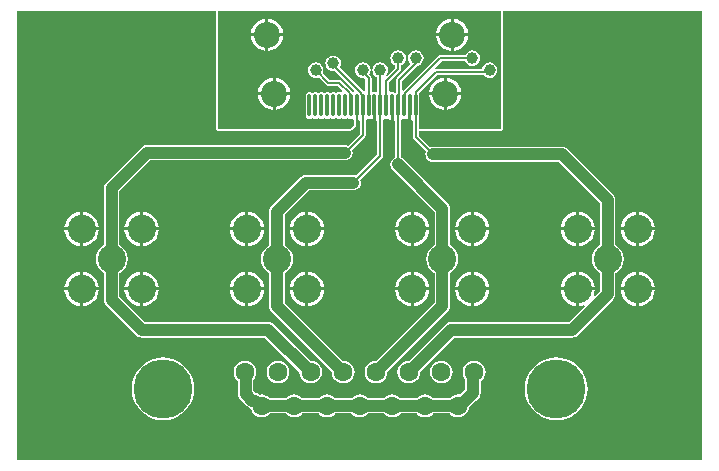
<source format=gbl>
G04*
G04 #@! TF.GenerationSoftware,Altium Limited,Altium Designer,19.0.10 (269)*
G04*
G04 Layer_Physical_Order=2*
G04 Layer_Color=16711680*
%FSLAX25Y25*%
%MOIN*%
G70*
G01*
G75*
%ADD10C,0.00787*%
%ADD14C,0.08661*%
%ADD15C,0.09449*%
%ADD16C,0.19685*%
%ADD17C,0.06299*%
%ADD19C,0.03937*%
%ADD20C,0.03937*%
%ADD21O,0.01181X0.07874*%
G36*
X165354Y114173D02*
X137824D01*
Y118074D01*
X137933Y118236D01*
X138025Y118701D01*
Y125394D01*
X138006Y125488D01*
Y126115D01*
X144022Y132131D01*
X159505D01*
X159585Y132026D01*
X160122Y131615D01*
X160747Y131356D01*
X161417Y131268D01*
X162088Y131356D01*
X162713Y131615D01*
X163249Y132026D01*
X163661Y132563D01*
X163920Y133188D01*
X164008Y133858D01*
X163920Y134529D01*
X163661Y135154D01*
X163249Y135690D01*
X162713Y136102D01*
X162088Y136361D01*
X161417Y136449D01*
X160747Y136361D01*
X160122Y136102D01*
X159585Y135690D01*
X159174Y135154D01*
X158915Y134529D01*
X158866Y134157D01*
X143602D01*
X143514Y134140D01*
X143267Y134601D01*
X145449Y136782D01*
X153348D01*
X153465Y136500D01*
X153877Y135963D01*
X154413Y135552D01*
X155038Y135293D01*
X155709Y135205D01*
X156379Y135293D01*
X157004Y135552D01*
X157541Y135963D01*
X157952Y136500D01*
X158211Y137125D01*
X158299Y137795D01*
X158211Y138466D01*
X157952Y139091D01*
X157541Y139627D01*
X157004Y140039D01*
X156379Y140298D01*
X155709Y140386D01*
X155038Y140298D01*
X154413Y140039D01*
X153877Y139627D01*
X153465Y139091D01*
X153348Y138808D01*
X145029D01*
X144641Y138731D01*
X144313Y138512D01*
X135042Y129241D01*
X134965Y129189D01*
X132803Y127027D01*
X132303Y127234D01*
Y130211D01*
X137371Y135278D01*
X137481Y135293D01*
X138106Y135552D01*
X138643Y135963D01*
X139055Y136500D01*
X139313Y137125D01*
X139402Y137795D01*
X139313Y138466D01*
X139055Y139091D01*
X138643Y139627D01*
X138106Y140039D01*
X137481Y140298D01*
X136811Y140386D01*
X136141Y140298D01*
X135516Y140039D01*
X134979Y139627D01*
X134567Y139091D01*
X134309Y138466D01*
X134220Y137795D01*
X134309Y137125D01*
X134567Y136500D01*
X134979Y135963D01*
X134992Y135766D01*
X130573Y131347D01*
X130354Y131018D01*
X130277Y130630D01*
Y126432D01*
X130192Y126348D01*
X130047Y126252D01*
X129795D01*
X129402Y126515D01*
X128937Y126608D01*
X128472Y126515D01*
X127982Y126789D01*
Y129772D01*
X131622Y133412D01*
X131842Y133741D01*
X131919Y134128D01*
Y135435D01*
X132201Y135552D01*
X132737Y135963D01*
X133149Y136500D01*
X133408Y137125D01*
X133496Y137795D01*
X133408Y138466D01*
X133149Y139091D01*
X132737Y139627D01*
X132201Y140039D01*
X131576Y140298D01*
X130905Y140386D01*
X130235Y140298D01*
X129610Y140039D01*
X129074Y139627D01*
X128662Y139091D01*
X128403Y138466D01*
X128315Y137795D01*
X128403Y137125D01*
X128662Y136500D01*
X129074Y135963D01*
X129610Y135552D01*
X129892Y135435D01*
Y134548D01*
X127341Y131997D01*
X126964Y132327D01*
X127145Y132563D01*
X127404Y133188D01*
X127492Y133858D01*
X127404Y134529D01*
X127145Y135154D01*
X126733Y135690D01*
X126197Y136102D01*
X125572Y136361D01*
X124902Y136449D01*
X124231Y136361D01*
X123606Y136102D01*
X123070Y135690D01*
X122658Y135154D01*
X122399Y134529D01*
X122311Y133858D01*
X122399Y133188D01*
X122658Y132563D01*
X123070Y132026D01*
X123606Y131615D01*
X123938Y131477D01*
Y126821D01*
X123561Y126560D01*
X123438Y126527D01*
X123031Y126608D01*
X122567Y126515D01*
X122076Y126789D01*
Y131274D01*
X121999Y131662D01*
X121779Y131991D01*
X121337Y132433D01*
X121437Y132563D01*
X121695Y133188D01*
X121784Y133858D01*
X121695Y134529D01*
X121437Y135154D01*
X121025Y135690D01*
X120488Y136102D01*
X119863Y136361D01*
X119193Y136449D01*
X118522Y136361D01*
X117898Y136102D01*
X117361Y135690D01*
X116949Y135154D01*
X116691Y134529D01*
X116602Y133858D01*
X116691Y133188D01*
X116949Y132563D01*
X117361Y132026D01*
X117898Y131615D01*
X118522Y131356D01*
X119193Y131268D01*
X119585Y131319D01*
X120050Y130854D01*
Y127224D01*
X119561Y126761D01*
X119427Y126766D01*
X111458Y134735D01*
X111496Y134785D01*
X111754Y135409D01*
X111843Y136080D01*
X111754Y136750D01*
X111496Y137375D01*
X111084Y137912D01*
X110547Y138323D01*
X109923Y138582D01*
X109252Y138671D01*
X108581Y138582D01*
X107957Y138323D01*
X107420Y137912D01*
X107008Y137375D01*
X106750Y136750D01*
X106661Y136080D01*
X106750Y135409D01*
X107008Y134785D01*
X107420Y134248D01*
X107957Y133836D01*
X108581Y133578D01*
X109252Y133489D01*
X109770Y133557D01*
X116290Y127037D01*
X116200Y126513D01*
X115834Y126374D01*
X115686Y126472D01*
X115490Y126766D01*
X111887Y130369D01*
X111558Y130589D01*
X111170Y130666D01*
X108070D01*
X105830Y132906D01*
X105947Y133188D01*
X106035Y133858D01*
X105947Y134529D01*
X105689Y135154D01*
X105277Y135690D01*
X104740Y136102D01*
X104115Y136361D01*
X103445Y136449D01*
X102774Y136361D01*
X102149Y136102D01*
X101613Y135690D01*
X101201Y135154D01*
X100943Y134529D01*
X100854Y133858D01*
X100943Y133188D01*
X101201Y132563D01*
X101613Y132026D01*
X102149Y131615D01*
X102774Y131356D01*
X103445Y131268D01*
X104115Y131356D01*
X104398Y131473D01*
X106934Y128936D01*
X107263Y128717D01*
X107650Y128640D01*
X110751D01*
X112353Y127037D01*
X112263Y126513D01*
X111897Y126374D01*
X111685Y126515D01*
X111221Y126608D01*
X110756Y126515D01*
X110362Y126252D01*
X110110D01*
X109716Y126515D01*
X109252Y126608D01*
X108787Y126515D01*
X108394Y126252D01*
X108142D01*
X107748Y126515D01*
X107283Y126608D01*
X106819Y126515D01*
X106425Y126252D01*
X106173D01*
X105780Y126515D01*
X105315Y126608D01*
X104850Y126515D01*
X104457Y126252D01*
X104205D01*
X103811Y126515D01*
X103347Y126608D01*
X102882Y126515D01*
X102488Y126252D01*
X102236D01*
X101842Y126515D01*
X101378Y126608D01*
X100913Y126515D01*
X100520Y126252D01*
X100257Y125858D01*
X100164Y125394D01*
Y118701D01*
X100257Y118236D01*
X100520Y117842D01*
X100913Y117579D01*
X101378Y117487D01*
X101842Y117579D01*
X102236Y117842D01*
X102488D01*
X102882Y117579D01*
X103347Y117487D01*
X103811Y117579D01*
X104205Y117842D01*
X104457D01*
X104850Y117579D01*
X105315Y117487D01*
X105780Y117579D01*
X106173Y117842D01*
X106425D01*
X106819Y117579D01*
X107283Y117487D01*
X107748Y117579D01*
X108142Y117842D01*
X108394D01*
X108787Y117579D01*
X109252Y117487D01*
X109716Y117579D01*
X110110Y117842D01*
X110362D01*
X110756Y117579D01*
X111221Y117487D01*
X111685Y117579D01*
X112079Y117842D01*
X112331D01*
X112724Y117579D01*
X113189Y117487D01*
X113654Y117579D01*
X114047Y117842D01*
X114299D01*
X114693Y117579D01*
X115157Y117487D01*
X115622Y117579D01*
X116113Y117306D01*
Y115266D01*
X115020Y114173D01*
X70866D01*
Y153543D01*
X165354D01*
Y114173D01*
D02*
G37*
G36*
X232283Y3937D02*
X3937D01*
Y153543D01*
X70217D01*
X70217Y153543D01*
Y114173D01*
X70407Y113714D01*
X70866Y113524D01*
X115020D01*
X115479Y113714D01*
X116572Y114807D01*
X116762Y115266D01*
Y116781D01*
X117126Y117079D01*
X117581Y117170D01*
X118081Y116871D01*
Y112624D01*
X114142Y108685D01*
X113859Y108802D01*
X113189Y108890D01*
X47244D01*
X46574Y108802D01*
X45949Y108543D01*
X45412Y108131D01*
X33601Y96320D01*
X33189Y95784D01*
X32931Y95159D01*
X32842Y94488D01*
Y75556D01*
X32748Y75517D01*
X31636Y74664D01*
X30782Y73551D01*
X30246Y72256D01*
X30063Y70866D01*
X30246Y69476D01*
X30782Y68181D01*
X31636Y67069D01*
X32748Y66215D01*
X32842Y66176D01*
Y57244D01*
X32931Y56574D01*
X33189Y55949D01*
X33601Y55412D01*
X43601Y45412D01*
X44138Y45000D01*
X44763Y44742D01*
X45433Y44653D01*
X86584D01*
X97984Y33254D01*
X97970Y33150D01*
X98099Y32171D01*
X98477Y31259D01*
X99078Y30475D01*
X99861Y29874D01*
X100773Y29496D01*
X101752Y29368D01*
X102731Y29496D01*
X103643Y29874D01*
X104426Y30475D01*
X105027Y31259D01*
X105405Y32171D01*
X105534Y33150D01*
X105405Y34128D01*
X105027Y35041D01*
X104426Y35824D01*
X103643Y36425D01*
X102731Y36803D01*
X101752Y36932D01*
X101647Y36918D01*
X89489Y49076D01*
X88953Y49488D01*
X88328Y49747D01*
X87657Y49835D01*
X46506D01*
X38024Y58317D01*
Y66176D01*
X38118Y66215D01*
X39230Y67069D01*
X40084Y68181D01*
X40620Y69476D01*
X40803Y70866D01*
X40620Y72256D01*
X40084Y73551D01*
X39230Y74664D01*
X38118Y75517D01*
X38024Y75556D01*
Y93415D01*
X48317Y103709D01*
X113189D01*
X113859Y103797D01*
X114484Y104056D01*
X115021Y104467D01*
X115433Y105004D01*
X115691Y105629D01*
X115780Y106299D01*
X115691Y106970D01*
X115575Y107252D01*
X119811Y111488D01*
X120030Y111817D01*
X120108Y112205D01*
Y117306D01*
X120598Y117579D01*
X121063Y117487D01*
X121528Y117579D01*
X121763Y117737D01*
X121885Y117554D01*
X122411Y117202D01*
X122531Y117178D01*
Y122047D01*
X123531D01*
Y117143D01*
X123987Y116871D01*
Y105735D01*
X116958Y98706D01*
X116676Y98822D01*
X116005Y98911D01*
X100257D01*
X99587Y98822D01*
X98962Y98564D01*
X98425Y98152D01*
X88719Y88446D01*
X88308Y87910D01*
X88049Y87285D01*
X87960Y86614D01*
Y75556D01*
X87866Y75517D01*
X86754Y74664D01*
X85900Y73551D01*
X85364Y72256D01*
X85181Y70866D01*
X85364Y69476D01*
X85900Y68181D01*
X86754Y67069D01*
X87866Y66215D01*
X87960Y66176D01*
Y55256D01*
X88049Y54585D01*
X88308Y53961D01*
X88719Y53424D01*
X108889Y33254D01*
X108876Y33150D01*
X109004Y32171D01*
X109382Y31259D01*
X109983Y30475D01*
X110766Y29874D01*
X111679Y29496D01*
X112657Y29368D01*
X113636Y29496D01*
X114549Y29874D01*
X115332Y30475D01*
X115933Y31259D01*
X116311Y32171D01*
X116439Y33150D01*
X116311Y34128D01*
X115933Y35041D01*
X115332Y35824D01*
X114549Y36425D01*
X113636Y36803D01*
X112657Y36932D01*
X112553Y36918D01*
X93142Y56329D01*
Y66176D01*
X93236Y66215D01*
X94349Y67069D01*
X95202Y68181D01*
X95739Y69476D01*
X95921Y70866D01*
X95739Y72256D01*
X95202Y73551D01*
X94349Y74664D01*
X93236Y75517D01*
X93142Y75556D01*
Y85541D01*
X101330Y93729D01*
X116005D01*
X116676Y93818D01*
X117300Y94077D01*
X117837Y94488D01*
X118249Y95025D01*
X118508Y95649D01*
X118596Y96320D01*
X118508Y96991D01*
X118391Y97273D01*
X125716Y104599D01*
X125936Y104927D01*
X126013Y105315D01*
Y117306D01*
X126504Y117579D01*
X126969Y117487D01*
X127433Y117579D01*
X127668Y117736D01*
X127790Y117554D01*
X128316Y117202D01*
X128437Y117178D01*
Y122047D01*
X129437D01*
Y117143D01*
X129892Y116871D01*
Y104723D01*
X129610Y104606D01*
X129074Y104194D01*
X128662Y103657D01*
X128403Y103033D01*
X128315Y102362D01*
X128403Y101692D01*
X128662Y101067D01*
X129074Y100530D01*
X143079Y86525D01*
Y75556D01*
X142984Y75517D01*
X141872Y74664D01*
X141018Y73551D01*
X140482Y72256D01*
X140299Y70866D01*
X140482Y69476D01*
X141018Y68181D01*
X141872Y67069D01*
X142984Y66215D01*
X143079Y66176D01*
Y56329D01*
X123668Y36918D01*
X123563Y36932D01*
X122584Y36803D01*
X121672Y36425D01*
X120889Y35824D01*
X120288Y35041D01*
X119910Y34128D01*
X119781Y33150D01*
X119910Y32171D01*
X120288Y31259D01*
X120889Y30475D01*
X121672Y29874D01*
X122584Y29496D01*
X123563Y29368D01*
X124542Y29496D01*
X125454Y29874D01*
X126237Y30475D01*
X126838Y31259D01*
X127216Y32171D01*
X127345Y33150D01*
X127331Y33254D01*
X147501Y53424D01*
X147913Y53961D01*
X148172Y54585D01*
X148260Y55256D01*
Y66176D01*
X148354Y66215D01*
X149467Y67069D01*
X150320Y68181D01*
X150857Y69476D01*
X151040Y70866D01*
X150857Y72256D01*
X150320Y73551D01*
X149467Y74664D01*
X148354Y75517D01*
X148260Y75556D01*
Y87598D01*
X148172Y88269D01*
X147913Y88894D01*
X147501Y89430D01*
X132737Y104194D01*
X132201Y104606D01*
X131919Y104723D01*
Y117306D01*
X132410Y117579D01*
X132874Y117487D01*
X133339Y117579D01*
X133574Y117737D01*
X133696Y117554D01*
X134222Y117202D01*
X134343Y117178D01*
Y122047D01*
X135343D01*
Y117143D01*
X135798Y116871D01*
Y111494D01*
X135875Y111106D01*
X136095Y110777D01*
X140185Y106687D01*
X140068Y106405D01*
X139980Y105735D01*
X140068Y105064D01*
X140326Y104439D01*
X140738Y103903D01*
X141275Y103491D01*
X141900Y103232D01*
X142570Y103144D01*
X184531D01*
X198197Y89478D01*
Y75556D01*
X198102Y75517D01*
X196990Y74664D01*
X196136Y73551D01*
X195600Y72256D01*
X195417Y70866D01*
X195600Y69476D01*
X196136Y68181D01*
X196990Y67069D01*
X198102Y66215D01*
X198197Y66176D01*
Y60128D01*
X196528Y58459D01*
X196104Y58742D01*
X196364Y59372D01*
X196495Y60366D01*
X191287D01*
Y55158D01*
X192282Y55289D01*
X192911Y55550D01*
X193194Y55126D01*
X187903Y49835D01*
X148563D01*
X147892Y49747D01*
X147268Y49488D01*
X146731Y49076D01*
X134573Y36918D01*
X134468Y36932D01*
X133490Y36803D01*
X132578Y36425D01*
X131794Y35824D01*
X131193Y35041D01*
X130815Y34128D01*
X130687Y33150D01*
X130815Y32171D01*
X131193Y31259D01*
X131794Y30475D01*
X132578Y29874D01*
X133490Y29496D01*
X134468Y29368D01*
X135447Y29496D01*
X136360Y29874D01*
X137143Y30475D01*
X137744Y31259D01*
X138122Y32171D01*
X138251Y33150D01*
X138237Y33254D01*
X149636Y44653D01*
X188976D01*
X189647Y44742D01*
X190272Y45000D01*
X190808Y45412D01*
X202619Y57223D01*
X203031Y57760D01*
X203290Y58385D01*
X203378Y59055D01*
Y66176D01*
X203473Y66215D01*
X204585Y67069D01*
X205438Y68181D01*
X205975Y69476D01*
X206158Y70866D01*
X205975Y72256D01*
X205438Y73551D01*
X204585Y74664D01*
X203473Y75517D01*
X203378Y75556D01*
Y90551D01*
X203290Y91222D01*
X203031Y91847D01*
X202619Y92383D01*
X187436Y107566D01*
X186899Y107978D01*
X186275Y108237D01*
X185604Y108325D01*
X142570D01*
X141900Y108237D01*
X141618Y108120D01*
X137824Y111913D01*
Y113524D01*
X165354D01*
X165814Y113714D01*
X166004Y114173D01*
Y153543D01*
X166004Y153543D01*
X232283D01*
Y3937D01*
D02*
G37*
%LPC*%
G36*
X149516Y150980D02*
Y146169D01*
X154327D01*
X154209Y147061D01*
X153672Y148358D01*
X152818Y149471D01*
X151704Y150326D01*
X150407Y150863D01*
X149516Y150980D01*
D02*
G37*
G36*
X148516D02*
X147624Y150863D01*
X146327Y150326D01*
X145214Y149471D01*
X144359Y148358D01*
X143822Y147061D01*
X143705Y146169D01*
X148516D01*
Y150980D01*
D02*
G37*
G36*
X87705D02*
Y146169D01*
X92516D01*
X92398Y147061D01*
X91861Y148358D01*
X91007Y149471D01*
X89893Y150326D01*
X88596Y150863D01*
X87705Y150980D01*
D02*
G37*
G36*
X86705D02*
X85813Y150863D01*
X84516Y150326D01*
X83403Y149471D01*
X82548Y148358D01*
X82011Y147061D01*
X81894Y146169D01*
X86705D01*
Y150980D01*
D02*
G37*
G36*
X92516Y145169D02*
X87705D01*
Y140358D01*
X88596Y140476D01*
X89893Y141013D01*
X91007Y141867D01*
X91861Y142981D01*
X92398Y144278D01*
X92516Y145169D01*
D02*
G37*
G36*
X154327Y145169D02*
X149516D01*
Y140358D01*
X150407Y140476D01*
X151704Y141013D01*
X152818Y141867D01*
X153672Y142981D01*
X154209Y144278D01*
X154327Y145169D01*
D02*
G37*
G36*
X148516D02*
X143705D01*
X143822Y144278D01*
X144359Y142981D01*
X145214Y141867D01*
X146327Y141013D01*
X147624Y140476D01*
X148516Y140358D01*
Y145169D01*
D02*
G37*
G36*
X86705Y145169D02*
X81894D01*
X82011Y144278D01*
X82548Y142981D01*
X83403Y141867D01*
X84516Y141013D01*
X85813Y140476D01*
X86705Y140358D01*
Y145169D01*
D02*
G37*
G36*
X90067Y131295D02*
Y126484D01*
X94878D01*
X94760Y127376D01*
X94223Y128673D01*
X93369Y129786D01*
X92255Y130641D01*
X90958Y131178D01*
X90067Y131295D01*
D02*
G37*
G36*
X147153D02*
Y126484D01*
X151964D01*
X151847Y127376D01*
X151310Y128673D01*
X150455Y129786D01*
X149342Y130641D01*
X148045Y131178D01*
X147153Y131295D01*
D02*
G37*
G36*
X146153D02*
X145262Y131178D01*
X143965Y130641D01*
X142852Y129786D01*
X141997Y128673D01*
X141460Y127376D01*
X141343Y126484D01*
X146153D01*
Y131295D01*
D02*
G37*
G36*
X89067D02*
X88175Y131178D01*
X86879Y130641D01*
X85765Y129786D01*
X84911Y128673D01*
X84373Y127376D01*
X84256Y126484D01*
X89067D01*
Y131295D01*
D02*
G37*
G36*
X94878Y125484D02*
X90067D01*
Y120673D01*
X90958Y120791D01*
X92255Y121328D01*
X93369Y122182D01*
X94223Y123296D01*
X94760Y124593D01*
X94878Y125484D01*
D02*
G37*
G36*
X151964D02*
X147153D01*
Y120673D01*
X148045Y120791D01*
X149342Y121328D01*
X150455Y122182D01*
X151310Y123296D01*
X151847Y124593D01*
X151964Y125484D01*
D02*
G37*
G36*
X146153D02*
X141343D01*
X141460Y124593D01*
X141997Y123296D01*
X142852Y122182D01*
X143965Y121328D01*
X145262Y120791D01*
X146153Y120673D01*
Y125484D01*
D02*
G37*
G36*
X89067D02*
X84256D01*
X84373Y124593D01*
X84911Y123296D01*
X85765Y122182D01*
X86879Y121328D01*
X88175Y120791D01*
X89067Y120673D01*
Y125484D01*
D02*
G37*
G36*
X156169Y86574D02*
Y81366D01*
X161377D01*
X161246Y82361D01*
X160670Y83753D01*
X159752Y84949D01*
X158556Y85866D01*
X157164Y86443D01*
X156169Y86574D01*
D02*
G37*
G36*
X155169D02*
X154175Y86443D01*
X152782Y85866D01*
X151587Y84949D01*
X150669Y83753D01*
X150092Y82361D01*
X149961Y81366D01*
X155169D01*
Y86574D01*
D02*
G37*
G36*
X191287D02*
Y81366D01*
X196495D01*
X196364Y82361D01*
X195788Y83753D01*
X194870Y84949D01*
X193674Y85866D01*
X192282Y86443D01*
X191287Y86574D01*
D02*
G37*
G36*
X81051D02*
Y81366D01*
X86259D01*
X86128Y82361D01*
X85551Y83753D01*
X84634Y84949D01*
X83438Y85866D01*
X82046Y86443D01*
X81051Y86574D01*
D02*
G37*
G36*
X25933D02*
Y81366D01*
X31141D01*
X31010Y82361D01*
X30433Y83753D01*
X29516Y84949D01*
X28320Y85866D01*
X26927Y86443D01*
X25933Y86574D01*
D02*
G37*
G36*
X136169Y86574D02*
Y81366D01*
X141377D01*
X141246Y82361D01*
X140670Y83753D01*
X139752Y84949D01*
X138556Y85866D01*
X137164Y86443D01*
X136169Y86574D01*
D02*
G37*
G36*
X211287Y86574D02*
Y81366D01*
X216495D01*
X216365Y82361D01*
X215788Y83753D01*
X214870Y84949D01*
X213674Y85866D01*
X212282Y86443D01*
X211287Y86574D01*
D02*
G37*
G36*
X101051D02*
Y81366D01*
X106259D01*
X106128Y82361D01*
X105551Y83753D01*
X104634Y84949D01*
X103438Y85866D01*
X102046Y86443D01*
X101051Y86574D01*
D02*
G37*
G36*
X45933D02*
Y81366D01*
X51141D01*
X51010Y82361D01*
X50433Y83753D01*
X49516Y84949D01*
X48320Y85866D01*
X46927Y86443D01*
X45933Y86574D01*
D02*
G37*
G36*
X210287D02*
X209293Y86443D01*
X207901Y85866D01*
X206705Y84949D01*
X205787Y83753D01*
X205210Y82361D01*
X205079Y81366D01*
X210287D01*
Y86574D01*
D02*
G37*
G36*
X100051D02*
X99057Y86443D01*
X97664Y85866D01*
X96469Y84949D01*
X95551Y83753D01*
X94974Y82361D01*
X94843Y81366D01*
X100051D01*
Y86574D01*
D02*
G37*
G36*
X44933D02*
X43939Y86443D01*
X42546Y85866D01*
X41350Y84949D01*
X40433Y83753D01*
X39856Y82361D01*
X39725Y81366D01*
X44933D01*
Y86574D01*
D02*
G37*
G36*
X135169D02*
X134175Y86443D01*
X132782Y85866D01*
X131587Y84949D01*
X130669Y83753D01*
X130092Y82361D01*
X129961Y81366D01*
X135169D01*
Y86574D01*
D02*
G37*
G36*
X190287D02*
X189293Y86443D01*
X187900Y85866D01*
X186705Y84949D01*
X185787Y83753D01*
X185210Y82361D01*
X185079Y81366D01*
X190287D01*
Y86574D01*
D02*
G37*
G36*
X24933D02*
X23939Y86443D01*
X22546Y85866D01*
X21350Y84949D01*
X20433Y83753D01*
X19856Y82361D01*
X19725Y81366D01*
X24933D01*
Y86574D01*
D02*
G37*
G36*
X80051D02*
X79057Y86443D01*
X77664Y85866D01*
X76468Y84949D01*
X75551Y83753D01*
X74974Y82361D01*
X74843Y81366D01*
X80051D01*
Y86574D01*
D02*
G37*
G36*
X135169Y80366D02*
X129961D01*
X130092Y79372D01*
X130669Y77979D01*
X131587Y76783D01*
X132782Y75866D01*
X134175Y75289D01*
X135169Y75158D01*
Y80366D01*
D02*
G37*
G36*
X155169Y80366D02*
X149961D01*
X150092Y79372D01*
X150669Y77979D01*
X151587Y76783D01*
X152782Y75866D01*
X154175Y75289D01*
X155169Y75158D01*
Y80366D01*
D02*
G37*
G36*
X196495Y80366D02*
X191287D01*
Y75158D01*
X192282Y75289D01*
X193674Y75866D01*
X194870Y76783D01*
X195788Y77979D01*
X196364Y79372D01*
X196495Y80366D01*
D02*
G37*
G36*
X86259D02*
X81051D01*
Y75158D01*
X82046Y75289D01*
X83438Y75866D01*
X84634Y76783D01*
X85551Y77979D01*
X86128Y79372D01*
X86259Y80366D01*
D02*
G37*
G36*
X31141D02*
X25933D01*
Y75158D01*
X26927Y75289D01*
X28320Y75866D01*
X29516Y76783D01*
X30433Y77979D01*
X31010Y79372D01*
X31141Y80366D01*
D02*
G37*
G36*
X216495D02*
X211287D01*
Y75158D01*
X212282Y75289D01*
X213674Y75866D01*
X214870Y76783D01*
X215788Y77979D01*
X216365Y79372D01*
X216495Y80366D01*
D02*
G37*
G36*
X106259D02*
X101051D01*
Y75158D01*
X102046Y75289D01*
X103438Y75866D01*
X104634Y76783D01*
X105551Y77979D01*
X106128Y79372D01*
X106259Y80366D01*
D02*
G37*
G36*
X51141D02*
X45933D01*
Y75158D01*
X46927Y75289D01*
X48320Y75866D01*
X49516Y76783D01*
X50433Y77979D01*
X51010Y79372D01*
X51141Y80366D01*
D02*
G37*
G36*
X100051D02*
X94843D01*
X94974Y79372D01*
X95551Y77979D01*
X96469Y76783D01*
X97664Y75866D01*
X99057Y75289D01*
X100051Y75158D01*
Y80366D01*
D02*
G37*
G36*
X44933D02*
X39725D01*
X39856Y79372D01*
X40433Y77979D01*
X41350Y76783D01*
X42546Y75866D01*
X43939Y75289D01*
X44933Y75158D01*
Y80366D01*
D02*
G37*
G36*
X210287D02*
X205079D01*
X205210Y79372D01*
X205787Y77979D01*
X206705Y76783D01*
X207901Y75866D01*
X209293Y75289D01*
X210287Y75158D01*
Y80366D01*
D02*
G37*
G36*
X190287D02*
X185079D01*
X185210Y79372D01*
X185787Y77979D01*
X186705Y76783D01*
X187900Y75866D01*
X189293Y75289D01*
X190287Y75158D01*
Y80366D01*
D02*
G37*
G36*
X80051D02*
X74843D01*
X74974Y79372D01*
X75551Y77979D01*
X76468Y76783D01*
X77664Y75866D01*
X79057Y75289D01*
X80051Y75158D01*
Y80366D01*
D02*
G37*
G36*
X24933D02*
X19725D01*
X19856Y79372D01*
X20433Y77979D01*
X21350Y76783D01*
X22546Y75866D01*
X23939Y75289D01*
X24933Y75158D01*
Y80366D01*
D02*
G37*
G36*
X161377Y80366D02*
X156169D01*
Y75158D01*
X157164Y75289D01*
X158556Y75866D01*
X159752Y76783D01*
X160670Y77979D01*
X161246Y79372D01*
X161377Y80366D01*
D02*
G37*
G36*
X141377Y80366D02*
X136169D01*
Y75158D01*
X137164Y75289D01*
X138556Y75866D01*
X139752Y76783D01*
X140670Y77979D01*
X141246Y79372D01*
X141377Y80366D01*
D02*
G37*
G36*
X191287Y66574D02*
Y61366D01*
X196495D01*
X196364Y62361D01*
X195788Y63753D01*
X194870Y64949D01*
X193674Y65866D01*
X192282Y66443D01*
X191287Y66574D01*
D02*
G37*
G36*
X81051D02*
Y61366D01*
X86259D01*
X86128Y62361D01*
X85551Y63753D01*
X84634Y64949D01*
X83438Y65866D01*
X82046Y66443D01*
X81051Y66574D01*
D02*
G37*
G36*
X25933D02*
Y61366D01*
X31141D01*
X31010Y62361D01*
X30433Y63753D01*
X29516Y64949D01*
X28320Y65866D01*
X26927Y66443D01*
X25933Y66574D01*
D02*
G37*
G36*
X211287D02*
Y61366D01*
X216495D01*
X216365Y62361D01*
X215788Y63753D01*
X214870Y64949D01*
X213674Y65866D01*
X212282Y66443D01*
X211287Y66574D01*
D02*
G37*
G36*
X210287D02*
X209293Y66443D01*
X207901Y65866D01*
X206705Y64949D01*
X205787Y63753D01*
X205210Y62361D01*
X205079Y61366D01*
X210287D01*
Y66574D01*
D02*
G37*
G36*
X156169D02*
Y61366D01*
X161377D01*
X161246Y62361D01*
X160670Y63753D01*
X159752Y64949D01*
X158556Y65866D01*
X157164Y66443D01*
X156169Y66574D01*
D02*
G37*
G36*
X155169D02*
X154175Y66443D01*
X152782Y65866D01*
X151587Y64949D01*
X150669Y63753D01*
X150092Y62361D01*
X149961Y61366D01*
X155169D01*
Y66574D01*
D02*
G37*
G36*
X101051D02*
Y61366D01*
X106259D01*
X106128Y62361D01*
X105551Y63753D01*
X104634Y64949D01*
X103438Y65866D01*
X102046Y66443D01*
X101051Y66574D01*
D02*
G37*
G36*
X100051D02*
X99057Y66443D01*
X97664Y65866D01*
X96469Y64949D01*
X95551Y63753D01*
X94974Y62361D01*
X94843Y61366D01*
X100051D01*
Y66574D01*
D02*
G37*
G36*
X45933D02*
Y61366D01*
X51141D01*
X51010Y62361D01*
X50433Y63753D01*
X49516Y64949D01*
X48320Y65866D01*
X46927Y66443D01*
X45933Y66574D01*
D02*
G37*
G36*
X44933D02*
X43939Y66443D01*
X42546Y65866D01*
X41350Y64949D01*
X40433Y63753D01*
X39856Y62361D01*
X39725Y61366D01*
X44933D01*
Y66574D01*
D02*
G37*
G36*
X80051D02*
X79057Y66443D01*
X77664Y65866D01*
X76468Y64949D01*
X75551Y63753D01*
X74974Y62361D01*
X74843Y61366D01*
X80051D01*
Y66574D01*
D02*
G37*
G36*
X190287D02*
X189293Y66443D01*
X187900Y65866D01*
X186705Y64949D01*
X185787Y63753D01*
X185210Y62361D01*
X185079Y61366D01*
X190287D01*
Y66574D01*
D02*
G37*
G36*
X24933D02*
X23939Y66443D01*
X22546Y65866D01*
X21350Y64949D01*
X20433Y63753D01*
X19856Y62361D01*
X19725Y61366D01*
X24933D01*
Y66574D01*
D02*
G37*
G36*
X136169D02*
Y61366D01*
X141377D01*
X141246Y62361D01*
X140670Y63753D01*
X139752Y64949D01*
X138556Y65866D01*
X137164Y66443D01*
X136169Y66574D01*
D02*
G37*
G36*
X135169D02*
X134175Y66443D01*
X132782Y65866D01*
X131587Y64949D01*
X130669Y63753D01*
X130092Y62361D01*
X129961Y61366D01*
X135169D01*
Y66574D01*
D02*
G37*
G36*
Y60366D02*
X129961D01*
X130092Y59372D01*
X130669Y57979D01*
X131587Y56783D01*
X132782Y55866D01*
X134175Y55289D01*
X135169Y55158D01*
Y60366D01*
D02*
G37*
G36*
X86259Y60366D02*
X81051D01*
Y55158D01*
X82046Y55289D01*
X83438Y55866D01*
X84634Y56783D01*
X85551Y57979D01*
X86128Y59372D01*
X86259Y60366D01*
D02*
G37*
G36*
X31141D02*
X25933D01*
Y55158D01*
X26927Y55289D01*
X28320Y55866D01*
X29516Y56783D01*
X30433Y57979D01*
X31010Y59372D01*
X31141Y60366D01*
D02*
G37*
G36*
X216495D02*
X211287D01*
Y55158D01*
X212282Y55289D01*
X213674Y55866D01*
X214870Y56783D01*
X215788Y57979D01*
X216365Y59372D01*
X216495Y60366D01*
D02*
G37*
G36*
X210287D02*
X205079D01*
X205210Y59372D01*
X205787Y57979D01*
X206705Y56783D01*
X207901Y55866D01*
X209293Y55289D01*
X210287Y55158D01*
Y60366D01*
D02*
G37*
G36*
X161377D02*
X156169D01*
Y55158D01*
X157164Y55289D01*
X158556Y55866D01*
X159752Y56783D01*
X160670Y57979D01*
X161246Y59372D01*
X161377Y60366D01*
D02*
G37*
G36*
X155169D02*
X149961D01*
X150092Y59372D01*
X150669Y57979D01*
X151587Y56783D01*
X152782Y55866D01*
X154175Y55289D01*
X155169Y55158D01*
Y60366D01*
D02*
G37*
G36*
X106259D02*
X101051D01*
Y55158D01*
X102046Y55289D01*
X103438Y55866D01*
X104634Y56783D01*
X105551Y57979D01*
X106128Y59372D01*
X106259Y60366D01*
D02*
G37*
G36*
X100051D02*
X94843D01*
X94974Y59372D01*
X95551Y57979D01*
X96469Y56783D01*
X97664Y55866D01*
X99057Y55289D01*
X100051Y55158D01*
Y60366D01*
D02*
G37*
G36*
X51141D02*
X45933D01*
Y55158D01*
X46927Y55289D01*
X48320Y55866D01*
X49516Y56783D01*
X50433Y57979D01*
X51010Y59372D01*
X51141Y60366D01*
D02*
G37*
G36*
X44933D02*
X39725D01*
X39856Y59372D01*
X40433Y57979D01*
X41350Y56783D01*
X42546Y55866D01*
X43939Y55289D01*
X44933Y55158D01*
Y60366D01*
D02*
G37*
G36*
X190287D02*
X185079D01*
X185210Y59372D01*
X185787Y57979D01*
X186705Y56783D01*
X187900Y55866D01*
X189293Y55289D01*
X190287Y55158D01*
Y60366D01*
D02*
G37*
G36*
X80051D02*
X74843D01*
X74974Y59372D01*
X75551Y57979D01*
X76468Y56783D01*
X77664Y55866D01*
X79057Y55289D01*
X80051Y55158D01*
Y60366D01*
D02*
G37*
G36*
X24933D02*
X19725D01*
X19856Y59372D01*
X20433Y57979D01*
X21350Y56783D01*
X22546Y55866D01*
X23939Y55289D01*
X24933Y55158D01*
Y60366D01*
D02*
G37*
G36*
X141377Y60366D02*
X136169D01*
Y55158D01*
X137164Y55289D01*
X138556Y55866D01*
X139752Y56783D01*
X140670Y57979D01*
X141246Y59372D01*
X141377Y60366D01*
D02*
G37*
G36*
X145374Y36932D02*
X144395Y36803D01*
X143483Y36425D01*
X142700Y35824D01*
X142099Y35041D01*
X141721Y34128D01*
X141592Y33150D01*
X141721Y32171D01*
X142099Y31259D01*
X142700Y30475D01*
X143483Y29874D01*
X144395Y29496D01*
X145374Y29368D01*
X146353Y29496D01*
X147265Y29874D01*
X148048Y30475D01*
X148649Y31259D01*
X149027Y32171D01*
X149156Y33150D01*
X149027Y34128D01*
X148649Y35041D01*
X148048Y35824D01*
X147265Y36425D01*
X146353Y36803D01*
X145374Y36932D01*
D02*
G37*
G36*
X90847D02*
X89868Y36803D01*
X88955Y36425D01*
X88172Y35824D01*
X87571Y35041D01*
X87193Y34128D01*
X87064Y33150D01*
X87193Y32171D01*
X87571Y31259D01*
X88172Y30475D01*
X88955Y29874D01*
X89868Y29496D01*
X90847Y29368D01*
X91825Y29496D01*
X92738Y29874D01*
X93521Y30475D01*
X94122Y31259D01*
X94500Y32171D01*
X94628Y33150D01*
X94500Y34128D01*
X94122Y35041D01*
X93521Y35824D01*
X92738Y36425D01*
X91825Y36803D01*
X90847Y36932D01*
D02*
G37*
G36*
X156280D02*
X155301Y36803D01*
X154389Y36425D01*
X153605Y35824D01*
X153004Y35041D01*
X152626Y34128D01*
X152498Y33150D01*
X152626Y32171D01*
X153004Y31259D01*
X153237Y30955D01*
Y27403D01*
X151496Y25662D01*
X150827Y25750D01*
X149848Y25622D01*
X148936Y25244D01*
X148152Y24643D01*
X148088Y24559D01*
X142660D01*
X142596Y24643D01*
X141812Y25244D01*
X140900Y25622D01*
X139921Y25750D01*
X138942Y25622D01*
X138030Y25244D01*
X137247Y24643D01*
X137183Y24559D01*
X131754D01*
X131690Y24643D01*
X130907Y25244D01*
X129995Y25622D01*
X129016Y25750D01*
X128037Y25622D01*
X127125Y25244D01*
X126341Y24643D01*
X126277Y24559D01*
X120849D01*
X120784Y24643D01*
X120001Y25244D01*
X119089Y25622D01*
X118110Y25750D01*
X117131Y25622D01*
X116219Y25244D01*
X115436Y24643D01*
X115372Y24559D01*
X109943D01*
X109879Y24643D01*
X109096Y25244D01*
X108184Y25622D01*
X107205Y25750D01*
X106226Y25622D01*
X105314Y25244D01*
X104531Y24643D01*
X104466Y24559D01*
X99038D01*
X98974Y24643D01*
X98190Y25244D01*
X97278Y25622D01*
X96299Y25750D01*
X95320Y25622D01*
X94408Y25244D01*
X93625Y24643D01*
X93561Y24559D01*
X88132D01*
X88068Y24643D01*
X87285Y25244D01*
X86373Y25622D01*
X85394Y25750D01*
X84671Y25655D01*
X84396Y25866D01*
X83772Y26124D01*
X83512Y26159D01*
X82669Y27001D01*
Y30546D01*
X83216Y31259D01*
X83594Y32171D01*
X83723Y33150D01*
X83594Y34128D01*
X83216Y35041D01*
X82615Y35824D01*
X81832Y36425D01*
X80920Y36803D01*
X79941Y36932D01*
X78962Y36803D01*
X78050Y36425D01*
X77267Y35824D01*
X76666Y35041D01*
X76288Y34128D01*
X76159Y33150D01*
X76288Y32171D01*
X76666Y31259D01*
X77267Y30475D01*
X77488Y30305D01*
Y25928D01*
X77576Y25258D01*
X77835Y24633D01*
X78247Y24096D01*
X80553Y21790D01*
X81090Y21378D01*
X81714Y21120D01*
X81724Y21118D01*
X81741Y20990D01*
X82118Y20077D01*
X82719Y19294D01*
X83503Y18693D01*
X84415Y18315D01*
X85394Y18187D01*
X86373Y18315D01*
X87285Y18693D01*
X88068Y19294D01*
X88132Y19378D01*
X93561D01*
X93625Y19294D01*
X94408Y18693D01*
X95320Y18315D01*
X96299Y18187D01*
X97278Y18315D01*
X98190Y18693D01*
X98974Y19294D01*
X99038Y19378D01*
X104466D01*
X104531Y19294D01*
X105314Y18693D01*
X106226Y18315D01*
X107205Y18187D01*
X108184Y18315D01*
X109096Y18693D01*
X109879Y19294D01*
X109943Y19378D01*
X115372D01*
X115436Y19294D01*
X116219Y18693D01*
X117131Y18315D01*
X118110Y18187D01*
X119089Y18315D01*
X120001Y18693D01*
X120784Y19294D01*
X120849Y19378D01*
X126277D01*
X126341Y19294D01*
X127125Y18693D01*
X128037Y18315D01*
X129016Y18187D01*
X129995Y18315D01*
X130907Y18693D01*
X131690Y19294D01*
X131754Y19378D01*
X137183D01*
X137247Y19294D01*
X138030Y18693D01*
X138942Y18315D01*
X139921Y18187D01*
X140900Y18315D01*
X141812Y18693D01*
X142596Y19294D01*
X142660Y19378D01*
X148088D01*
X148152Y19294D01*
X148936Y18693D01*
X149848Y18315D01*
X150827Y18187D01*
X151806Y18315D01*
X152718Y18693D01*
X153501Y19294D01*
X154102Y20077D01*
X154480Y20990D01*
X154530Y21369D01*
X156762Y23601D01*
X156965Y23685D01*
X157501Y24096D01*
X157659Y24255D01*
X158071Y24791D01*
X158330Y25416D01*
X158418Y26087D01*
Y30064D01*
X158954Y30475D01*
X159555Y31259D01*
X159933Y32171D01*
X160062Y33150D01*
X159933Y34128D01*
X159555Y35041D01*
X158954Y35824D01*
X158170Y36425D01*
X157258Y36803D01*
X156280Y36932D01*
D02*
G37*
G36*
X183661Y38034D02*
X182023Y37905D01*
X180424Y37521D01*
X178906Y36892D01*
X177505Y36033D01*
X176255Y34966D01*
X175187Y33716D01*
X174328Y32315D01*
X173699Y30796D01*
X173316Y29198D01*
X173187Y27559D01*
X173316Y25920D01*
X173699Y24322D01*
X174328Y22804D01*
X175187Y21402D01*
X176255Y20152D01*
X177505Y19085D01*
X178906Y18226D01*
X180424Y17597D01*
X182023Y17213D01*
X183661Y17084D01*
X185300Y17213D01*
X186898Y17597D01*
X188417Y18226D01*
X189818Y19085D01*
X191068Y20152D01*
X192136Y21402D01*
X192994Y22804D01*
X193624Y24322D01*
X194007Y25920D01*
X194136Y27559D01*
X194007Y29198D01*
X193624Y30796D01*
X192994Y32315D01*
X192136Y33716D01*
X191068Y34966D01*
X189818Y36033D01*
X188417Y36892D01*
X186898Y37521D01*
X185300Y37905D01*
X183661Y38034D01*
D02*
G37*
G36*
X52559D02*
X50920Y37905D01*
X49322Y37521D01*
X47804Y36892D01*
X46402Y36033D01*
X45152Y34966D01*
X44085Y33716D01*
X43226Y32315D01*
X42597Y30796D01*
X42213Y29198D01*
X42084Y27559D01*
X42213Y25920D01*
X42597Y24322D01*
X43226Y22804D01*
X44085Y21402D01*
X45152Y20152D01*
X46402Y19085D01*
X47804Y18226D01*
X49322Y17597D01*
X50920Y17213D01*
X52559Y17084D01*
X54198Y17213D01*
X55796Y17597D01*
X57314Y18226D01*
X58716Y19085D01*
X59966Y20152D01*
X61033Y21402D01*
X61892Y22804D01*
X62521Y24322D01*
X62905Y25920D01*
X63034Y27559D01*
X62905Y29198D01*
X62521Y30796D01*
X61892Y32315D01*
X61033Y33716D01*
X59966Y34966D01*
X58716Y36033D01*
X57314Y36892D01*
X55796Y37521D01*
X54198Y37905D01*
X52559Y38034D01*
D02*
G37*
%LPD*%
D10*
X114484Y112205D02*
X117126Y114846D01*
Y122047D01*
X136811Y111494D02*
X142570Y105735D01*
X136811Y111494D02*
Y122047D01*
X116005Y96320D02*
X125000Y105315D01*
X113189Y106299D02*
X119095Y112205D01*
X109252Y135508D02*
X118710Y126050D01*
X109252Y135508D02*
Y136080D01*
X143602Y133144D02*
X160703D01*
X136993Y126535D02*
X143602Y133144D01*
X136993Y125443D02*
Y126535D01*
X160703Y133144D02*
X161417Y133858D01*
X135707Y128473D02*
X145029Y137795D01*
X155709D01*
X135681Y128473D02*
X135707D01*
X133258Y126050D02*
X135681Y128473D01*
X130905Y134128D02*
Y137795D01*
X126969Y130192D02*
X130905Y134128D01*
X126969Y122047D02*
Y130192D01*
X136811Y136152D02*
Y137795D01*
X131290Y130630D02*
X136811Y136152D01*
X131290Y125884D02*
Y130630D01*
X130905Y125500D02*
X131290Y125884D01*
X130905Y122047D02*
Y125500D01*
X136811Y125261D02*
X136993Y125443D01*
X136811Y122047D02*
Y125261D01*
X133258Y125884D02*
Y126050D01*
X132874Y125500D02*
X133258Y125884D01*
X132874Y122047D02*
Y125500D01*
X124902Y133858D02*
X124951Y133809D01*
Y122097D02*
Y133809D01*
Y122097D02*
X125000Y122047D01*
X119193Y133144D02*
Y133858D01*
Y133144D02*
X121063Y131274D01*
Y122047D02*
Y131274D01*
X118710Y125884D02*
Y126050D01*
Y125884D02*
X119095Y125500D01*
Y122047D02*
Y125500D01*
X103445Y133858D02*
X107650Y129653D01*
X111170D01*
X114773Y126050D01*
Y125884D02*
Y126050D01*
Y125884D02*
X115157Y125500D01*
Y122047D02*
Y125500D01*
X130905Y102362D02*
Y122047D01*
X119095Y112205D02*
Y122047D01*
X125000Y105315D02*
Y122047D01*
D14*
X146653Y125984D02*
D03*
X89567D02*
D03*
X149016Y145669D02*
D03*
X87205D02*
D03*
D15*
X25433Y80866D02*
D03*
X45433D02*
D03*
Y60866D02*
D03*
X25433D02*
D03*
X35433Y70866D02*
D03*
X80551Y80866D02*
D03*
X100551D02*
D03*
Y60866D02*
D03*
X80551D02*
D03*
X90551Y70866D02*
D03*
X135669Y80866D02*
D03*
X155669D02*
D03*
Y60866D02*
D03*
X135669D02*
D03*
X145669Y70866D02*
D03*
X190787Y80866D02*
D03*
X210787D02*
D03*
Y60866D02*
D03*
X190787D02*
D03*
X200787Y70866D02*
D03*
D16*
X183661Y27559D02*
D03*
X52559D02*
D03*
D17*
X118110Y21969D02*
D03*
X129016D02*
D03*
X139921D02*
D03*
X150827D02*
D03*
X85394D02*
D03*
X96299D02*
D03*
X107205D02*
D03*
X112657Y33150D02*
D03*
X101752D02*
D03*
X90847D02*
D03*
X156280D02*
D03*
X145374D02*
D03*
X134468D02*
D03*
X123563D02*
D03*
X79941D02*
D03*
D19*
X142570Y105735D02*
X185604D01*
X200787Y90551D01*
X100257Y96320D02*
X116005D01*
X90551Y86614D02*
X100257Y96320D01*
X47244Y106299D02*
X113189D01*
X35433Y94488D02*
X47244Y106299D01*
X200787Y70866D02*
Y90551D01*
X130905Y102362D02*
X145669Y87598D01*
Y70866D02*
Y87598D01*
X35433Y70866D02*
Y94488D01*
X90551Y70866D02*
Y86614D01*
X155426Y25928D02*
X155669D01*
X151466Y21969D02*
X155426Y25928D01*
X150827Y21969D02*
X151466D01*
X155669Y25928D02*
X155827Y26087D01*
Y32698D01*
X156280Y33150D01*
X80079Y25928D02*
X82385Y23622D01*
X83101D01*
X84755Y21969D01*
X85394D01*
X80079Y25928D02*
Y33012D01*
X79941Y33150D02*
X80079Y33012D01*
X139921Y21969D02*
X150827D01*
X129016D02*
X139921D01*
X118110D02*
X129016D01*
X107205D02*
X118110D01*
X96299D02*
X107205D01*
X85394D02*
X96299D01*
X90551Y55256D02*
X112657Y33150D01*
X188976Y47244D02*
X200787Y59055D01*
X148563Y47244D02*
X188976D01*
X123563Y33150D02*
X145669Y55256D01*
X87657Y47244D02*
X101752Y33150D01*
X45433Y47244D02*
X87657D01*
X200787Y59055D02*
Y70866D01*
X145669Y55256D02*
Y70866D01*
X90551Y55256D02*
Y70866D01*
X134468Y33150D02*
X148563Y47244D01*
X35433Y57244D02*
X45433Y47244D01*
X35433Y57244D02*
Y70866D01*
D20*
X109252Y136080D02*
D03*
X155709Y137795D02*
D03*
X130905D02*
D03*
X136811D02*
D03*
X161417Y133858D02*
D03*
X124902D02*
D03*
X119193D02*
D03*
X103445D02*
D03*
D21*
X121063Y122047D02*
D03*
X119095D02*
D03*
X126969D02*
D03*
X128937D02*
D03*
X134843D02*
D03*
X136811D02*
D03*
X111221D02*
D03*
X113189D02*
D03*
X103347D02*
D03*
X105315D02*
D03*
X115157D02*
D03*
X117126D02*
D03*
X107283D02*
D03*
X109252D02*
D03*
X123031D02*
D03*
X125000D02*
D03*
X130905D02*
D03*
X132874D02*
D03*
X101378D02*
D03*
M02*

</source>
